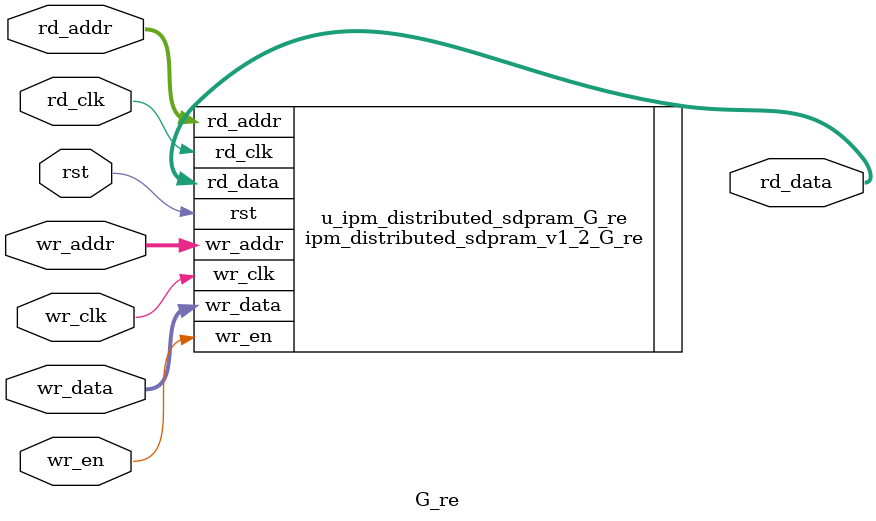
<source format=v>



`timescale 1 ns / 1 ps
module G_re
     (
      wr_data        ,
      wr_addr        ,
      rd_addr        ,
      wr_clk         ,
      rd_clk         ,
      wr_en          ,
      rst            ,
      rd_data
     );

    localparam ADDR_WIDTH = 7 ; //@IPC int 4,10

    localparam DATA_WIDTH = 60 ; //@IPC int 1,256

    localparam RST_TYPE = "ASYNC" ; //@IPC enum ASYNC,SYNC

    localparam OUT_REG = 0 ; //@IPC bool

    localparam INIT_ENABLE = 0 ; //@IPC bool

    localparam INIT_FILE = "NONE" ; //@IPC string

    localparam FILE_FORMAT = "BIN" ; //@IPC enum BIN,HEX


    input    wire     [DATA_WIDTH-1:0]       wr_data               ;
    input    wire     [ADDR_WIDTH-1:0]       wr_addr               ;
    input    wire     [ADDR_WIDTH-1:0]       rd_addr               ;
    input    wire                            wr_clk                ;
    input    wire                            rd_clk                ;
    input    wire                            wr_en                 ;
    input    wire                            rst                   ;
    output   wire     [DATA_WIDTH-1:0]       rd_data               ;


ipm_distributed_sdpram_v1_2_G_re
    #(
     .ADDR_WIDTH    (ADDR_WIDTH )	,    //address width   range:4-10
     .DATA_WIDTH    (DATA_WIDTH ) 	,    //data width      range:4-256
     .RST_TYPE      (RST_TYPE   )   ,    //reset type   "ASYNC_RESET" "SYNC_RESET"
     .OUT_REG       (OUT_REG    )   ,    //output options :non_register(0)  register(1)
     .INIT_FILE     (INIT_FILE  )   ,
     .FILE_FORMAT   (FILE_FORMAT)
     ) u_ipm_distributed_sdpram_G_re
     (
      .wr_data      (wr_data    )   ,
      .wr_addr      (wr_addr    )   ,
      .rd_addr      (rd_addr    )   ,
      .wr_clk       (wr_clk     )   ,
      .rd_clk       (rd_clk     )   ,
      .wr_en        (wr_en      )   ,
      .rst          (rst        )   ,
      .rd_data      (rd_data    )
     );
endmodule

</source>
